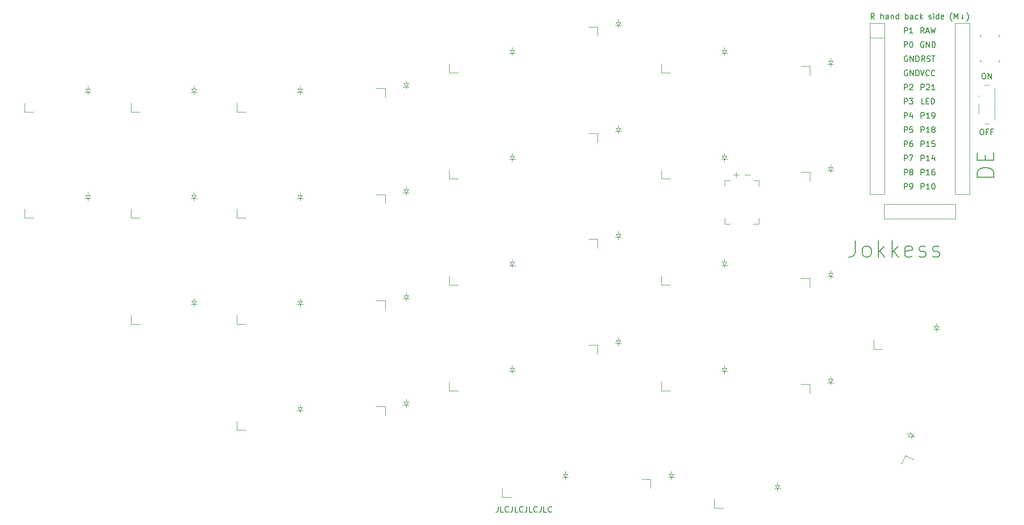
<source format=gbr>
%TF.GenerationSoftware,KiCad,Pcbnew,8.0.6*%
%TF.CreationDate,2025-01-09T22:44:34+01:00*%
%TF.ProjectId,deley,64656c65-792e-46b6-9963-61645f706362,0.1*%
%TF.SameCoordinates,Original*%
%TF.FileFunction,Legend,Top*%
%TF.FilePolarity,Positive*%
%FSLAX46Y46*%
G04 Gerber Fmt 4.6, Leading zero omitted, Abs format (unit mm)*
G04 Created by KiCad (PCBNEW 8.0.6) date 2025-01-09 22:44:34*
%MOMM*%
%LPD*%
G01*
G04 APERTURE LIST*
%ADD10C,0.150000*%
%ADD11C,0.100000*%
%ADD12C,0.120000*%
G04 APERTURE END LIST*
D10*
X190980951Y-190054819D02*
X190980951Y-190769104D01*
X190980951Y-190769104D02*
X190933332Y-190911961D01*
X190933332Y-190911961D02*
X190838094Y-191007200D01*
X190838094Y-191007200D02*
X190695237Y-191054819D01*
X190695237Y-191054819D02*
X190599999Y-191054819D01*
X191933332Y-191054819D02*
X191457142Y-191054819D01*
X191457142Y-191054819D02*
X191457142Y-190054819D01*
X192838094Y-190959580D02*
X192790475Y-191007200D01*
X192790475Y-191007200D02*
X192647618Y-191054819D01*
X192647618Y-191054819D02*
X192552380Y-191054819D01*
X192552380Y-191054819D02*
X192409523Y-191007200D01*
X192409523Y-191007200D02*
X192314285Y-190911961D01*
X192314285Y-190911961D02*
X192266666Y-190816723D01*
X192266666Y-190816723D02*
X192219047Y-190626247D01*
X192219047Y-190626247D02*
X192219047Y-190483390D01*
X192219047Y-190483390D02*
X192266666Y-190292914D01*
X192266666Y-190292914D02*
X192314285Y-190197676D01*
X192314285Y-190197676D02*
X192409523Y-190102438D01*
X192409523Y-190102438D02*
X192552380Y-190054819D01*
X192552380Y-190054819D02*
X192647618Y-190054819D01*
X192647618Y-190054819D02*
X192790475Y-190102438D01*
X192790475Y-190102438D02*
X192838094Y-190150057D01*
X193552380Y-190054819D02*
X193552380Y-190769104D01*
X193552380Y-190769104D02*
X193504761Y-190911961D01*
X193504761Y-190911961D02*
X193409523Y-191007200D01*
X193409523Y-191007200D02*
X193266666Y-191054819D01*
X193266666Y-191054819D02*
X193171428Y-191054819D01*
X194504761Y-191054819D02*
X194028571Y-191054819D01*
X194028571Y-191054819D02*
X194028571Y-190054819D01*
X195409523Y-190959580D02*
X195361904Y-191007200D01*
X195361904Y-191007200D02*
X195219047Y-191054819D01*
X195219047Y-191054819D02*
X195123809Y-191054819D01*
X195123809Y-191054819D02*
X194980952Y-191007200D01*
X194980952Y-191007200D02*
X194885714Y-190911961D01*
X194885714Y-190911961D02*
X194838095Y-190816723D01*
X194838095Y-190816723D02*
X194790476Y-190626247D01*
X194790476Y-190626247D02*
X194790476Y-190483390D01*
X194790476Y-190483390D02*
X194838095Y-190292914D01*
X194838095Y-190292914D02*
X194885714Y-190197676D01*
X194885714Y-190197676D02*
X194980952Y-190102438D01*
X194980952Y-190102438D02*
X195123809Y-190054819D01*
X195123809Y-190054819D02*
X195219047Y-190054819D01*
X195219047Y-190054819D02*
X195361904Y-190102438D01*
X195361904Y-190102438D02*
X195409523Y-190150057D01*
X196123809Y-190054819D02*
X196123809Y-190769104D01*
X196123809Y-190769104D02*
X196076190Y-190911961D01*
X196076190Y-190911961D02*
X195980952Y-191007200D01*
X195980952Y-191007200D02*
X195838095Y-191054819D01*
X195838095Y-191054819D02*
X195742857Y-191054819D01*
X197076190Y-191054819D02*
X196600000Y-191054819D01*
X196600000Y-191054819D02*
X196600000Y-190054819D01*
X197980952Y-190959580D02*
X197933333Y-191007200D01*
X197933333Y-191007200D02*
X197790476Y-191054819D01*
X197790476Y-191054819D02*
X197695238Y-191054819D01*
X197695238Y-191054819D02*
X197552381Y-191007200D01*
X197552381Y-191007200D02*
X197457143Y-190911961D01*
X197457143Y-190911961D02*
X197409524Y-190816723D01*
X197409524Y-190816723D02*
X197361905Y-190626247D01*
X197361905Y-190626247D02*
X197361905Y-190483390D01*
X197361905Y-190483390D02*
X197409524Y-190292914D01*
X197409524Y-190292914D02*
X197457143Y-190197676D01*
X197457143Y-190197676D02*
X197552381Y-190102438D01*
X197552381Y-190102438D02*
X197695238Y-190054819D01*
X197695238Y-190054819D02*
X197790476Y-190054819D01*
X197790476Y-190054819D02*
X197933333Y-190102438D01*
X197933333Y-190102438D02*
X197980952Y-190150057D01*
X198695238Y-190054819D02*
X198695238Y-190769104D01*
X198695238Y-190769104D02*
X198647619Y-190911961D01*
X198647619Y-190911961D02*
X198552381Y-191007200D01*
X198552381Y-191007200D02*
X198409524Y-191054819D01*
X198409524Y-191054819D02*
X198314286Y-191054819D01*
X199647619Y-191054819D02*
X199171429Y-191054819D01*
X199171429Y-191054819D02*
X199171429Y-190054819D01*
X200552381Y-190959580D02*
X200504762Y-191007200D01*
X200504762Y-191007200D02*
X200361905Y-191054819D01*
X200361905Y-191054819D02*
X200266667Y-191054819D01*
X200266667Y-191054819D02*
X200123810Y-191007200D01*
X200123810Y-191007200D02*
X200028572Y-190911961D01*
X200028572Y-190911961D02*
X199980953Y-190816723D01*
X199980953Y-190816723D02*
X199933334Y-190626247D01*
X199933334Y-190626247D02*
X199933334Y-190483390D01*
X199933334Y-190483390D02*
X199980953Y-190292914D01*
X199980953Y-190292914D02*
X200028572Y-190197676D01*
X200028572Y-190197676D02*
X200123810Y-190102438D01*
X200123810Y-190102438D02*
X200266667Y-190054819D01*
X200266667Y-190054819D02*
X200361905Y-190054819D01*
X200361905Y-190054819D02*
X200504762Y-190102438D01*
X200504762Y-190102438D02*
X200552381Y-190150057D01*
X254928572Y-142380057D02*
X254928572Y-144522914D01*
X254928572Y-144522914D02*
X254785715Y-144951485D01*
X254785715Y-144951485D02*
X254500001Y-145237200D01*
X254500001Y-145237200D02*
X254071429Y-145380057D01*
X254071429Y-145380057D02*
X253785715Y-145380057D01*
X256785715Y-145380057D02*
X256500000Y-145237200D01*
X256500000Y-145237200D02*
X256357143Y-145094342D01*
X256357143Y-145094342D02*
X256214286Y-144808628D01*
X256214286Y-144808628D02*
X256214286Y-143951485D01*
X256214286Y-143951485D02*
X256357143Y-143665771D01*
X256357143Y-143665771D02*
X256500000Y-143522914D01*
X256500000Y-143522914D02*
X256785715Y-143380057D01*
X256785715Y-143380057D02*
X257214286Y-143380057D01*
X257214286Y-143380057D02*
X257500000Y-143522914D01*
X257500000Y-143522914D02*
X257642858Y-143665771D01*
X257642858Y-143665771D02*
X257785715Y-143951485D01*
X257785715Y-143951485D02*
X257785715Y-144808628D01*
X257785715Y-144808628D02*
X257642858Y-145094342D01*
X257642858Y-145094342D02*
X257500000Y-145237200D01*
X257500000Y-145237200D02*
X257214286Y-145380057D01*
X257214286Y-145380057D02*
X256785715Y-145380057D01*
X259071429Y-145380057D02*
X259071429Y-142380057D01*
X259357144Y-144237200D02*
X260214286Y-145380057D01*
X260214286Y-143380057D02*
X259071429Y-144522914D01*
X261500000Y-145380057D02*
X261500000Y-142380057D01*
X261785715Y-144237200D02*
X262642857Y-145380057D01*
X262642857Y-143380057D02*
X261500000Y-144522914D01*
X265071428Y-145237200D02*
X264785714Y-145380057D01*
X264785714Y-145380057D02*
X264214286Y-145380057D01*
X264214286Y-145380057D02*
X263928571Y-145237200D01*
X263928571Y-145237200D02*
X263785714Y-144951485D01*
X263785714Y-144951485D02*
X263785714Y-143808628D01*
X263785714Y-143808628D02*
X263928571Y-143522914D01*
X263928571Y-143522914D02*
X264214286Y-143380057D01*
X264214286Y-143380057D02*
X264785714Y-143380057D01*
X264785714Y-143380057D02*
X265071428Y-143522914D01*
X265071428Y-143522914D02*
X265214286Y-143808628D01*
X265214286Y-143808628D02*
X265214286Y-144094342D01*
X265214286Y-144094342D02*
X263785714Y-144380057D01*
X266357143Y-145237200D02*
X266642857Y-145380057D01*
X266642857Y-145380057D02*
X267214286Y-145380057D01*
X267214286Y-145380057D02*
X267500000Y-145237200D01*
X267500000Y-145237200D02*
X267642857Y-144951485D01*
X267642857Y-144951485D02*
X267642857Y-144808628D01*
X267642857Y-144808628D02*
X267500000Y-144522914D01*
X267500000Y-144522914D02*
X267214286Y-144380057D01*
X267214286Y-144380057D02*
X266785715Y-144380057D01*
X266785715Y-144380057D02*
X266500000Y-144237200D01*
X266500000Y-144237200D02*
X266357143Y-143951485D01*
X266357143Y-143951485D02*
X266357143Y-143808628D01*
X266357143Y-143808628D02*
X266500000Y-143522914D01*
X266500000Y-143522914D02*
X266785715Y-143380057D01*
X266785715Y-143380057D02*
X267214286Y-143380057D01*
X267214286Y-143380057D02*
X267500000Y-143522914D01*
X268785714Y-145237200D02*
X269071428Y-145380057D01*
X269071428Y-145380057D02*
X269642857Y-145380057D01*
X269642857Y-145380057D02*
X269928571Y-145237200D01*
X269928571Y-145237200D02*
X270071428Y-144951485D01*
X270071428Y-144951485D02*
X270071428Y-144808628D01*
X270071428Y-144808628D02*
X269928571Y-144522914D01*
X269928571Y-144522914D02*
X269642857Y-144380057D01*
X269642857Y-144380057D02*
X269214286Y-144380057D01*
X269214286Y-144380057D02*
X268928571Y-144237200D01*
X268928571Y-144237200D02*
X268785714Y-143951485D01*
X268785714Y-143951485D02*
X268785714Y-143808628D01*
X268785714Y-143808628D02*
X268928571Y-143522914D01*
X268928571Y-143522914D02*
X269214286Y-143380057D01*
X269214286Y-143380057D02*
X269642857Y-143380057D01*
X269642857Y-143380057D02*
X269928571Y-143522914D01*
X279780057Y-131042857D02*
X276780057Y-131042857D01*
X276780057Y-131042857D02*
X276780057Y-130328571D01*
X276780057Y-130328571D02*
X276922914Y-129900000D01*
X276922914Y-129900000D02*
X277208628Y-129614285D01*
X277208628Y-129614285D02*
X277494342Y-129471428D01*
X277494342Y-129471428D02*
X278065771Y-129328571D01*
X278065771Y-129328571D02*
X278494342Y-129328571D01*
X278494342Y-129328571D02*
X279065771Y-129471428D01*
X279065771Y-129471428D02*
X279351485Y-129614285D01*
X279351485Y-129614285D02*
X279637200Y-129900000D01*
X279637200Y-129900000D02*
X279780057Y-130328571D01*
X279780057Y-130328571D02*
X279780057Y-131042857D01*
X278208628Y-128042857D02*
X278208628Y-127042857D01*
X279780057Y-126614285D02*
X279780057Y-128042857D01*
X279780057Y-128042857D02*
X276780057Y-128042857D01*
X276780057Y-128042857D02*
X276780057Y-126614285D01*
X267188095Y-106842438D02*
X267092857Y-106794819D01*
X267092857Y-106794819D02*
X266950000Y-106794819D01*
X266950000Y-106794819D02*
X266807143Y-106842438D01*
X266807143Y-106842438D02*
X266711905Y-106937676D01*
X266711905Y-106937676D02*
X266664286Y-107032914D01*
X266664286Y-107032914D02*
X266616667Y-107223390D01*
X266616667Y-107223390D02*
X266616667Y-107366247D01*
X266616667Y-107366247D02*
X266664286Y-107556723D01*
X266664286Y-107556723D02*
X266711905Y-107651961D01*
X266711905Y-107651961D02*
X266807143Y-107747200D01*
X266807143Y-107747200D02*
X266950000Y-107794819D01*
X266950000Y-107794819D02*
X267045238Y-107794819D01*
X267045238Y-107794819D02*
X267188095Y-107747200D01*
X267188095Y-107747200D02*
X267235714Y-107699580D01*
X267235714Y-107699580D02*
X267235714Y-107366247D01*
X267235714Y-107366247D02*
X267045238Y-107366247D01*
X267664286Y-107794819D02*
X267664286Y-106794819D01*
X267664286Y-106794819D02*
X268235714Y-107794819D01*
X268235714Y-107794819D02*
X268235714Y-106794819D01*
X268711905Y-107794819D02*
X268711905Y-106794819D01*
X268711905Y-106794819D02*
X268950000Y-106794819D01*
X268950000Y-106794819D02*
X269092857Y-106842438D01*
X269092857Y-106842438D02*
X269188095Y-106937676D01*
X269188095Y-106937676D02*
X269235714Y-107032914D01*
X269235714Y-107032914D02*
X269283333Y-107223390D01*
X269283333Y-107223390D02*
X269283333Y-107366247D01*
X269283333Y-107366247D02*
X269235714Y-107556723D01*
X269235714Y-107556723D02*
X269188095Y-107651961D01*
X269188095Y-107651961D02*
X269092857Y-107747200D01*
X269092857Y-107747200D02*
X268950000Y-107794819D01*
X268950000Y-107794819D02*
X268711905Y-107794819D01*
X266735714Y-133194819D02*
X266735714Y-132194819D01*
X266735714Y-132194819D02*
X267116666Y-132194819D01*
X267116666Y-132194819D02*
X267211904Y-132242438D01*
X267211904Y-132242438D02*
X267259523Y-132290057D01*
X267259523Y-132290057D02*
X267307142Y-132385295D01*
X267307142Y-132385295D02*
X267307142Y-132528152D01*
X267307142Y-132528152D02*
X267259523Y-132623390D01*
X267259523Y-132623390D02*
X267211904Y-132671009D01*
X267211904Y-132671009D02*
X267116666Y-132718628D01*
X267116666Y-132718628D02*
X266735714Y-132718628D01*
X268259523Y-133194819D02*
X267688095Y-133194819D01*
X267973809Y-133194819D02*
X267973809Y-132194819D01*
X267973809Y-132194819D02*
X267878571Y-132337676D01*
X267878571Y-132337676D02*
X267783333Y-132432914D01*
X267783333Y-132432914D02*
X267688095Y-132480533D01*
X268878571Y-132194819D02*
X268973809Y-132194819D01*
X268973809Y-132194819D02*
X269069047Y-132242438D01*
X269069047Y-132242438D02*
X269116666Y-132290057D01*
X269116666Y-132290057D02*
X269164285Y-132385295D01*
X269164285Y-132385295D02*
X269211904Y-132575771D01*
X269211904Y-132575771D02*
X269211904Y-132813866D01*
X269211904Y-132813866D02*
X269164285Y-133004342D01*
X269164285Y-133004342D02*
X269116666Y-133099580D01*
X269116666Y-133099580D02*
X269069047Y-133147200D01*
X269069047Y-133147200D02*
X268973809Y-133194819D01*
X268973809Y-133194819D02*
X268878571Y-133194819D01*
X268878571Y-133194819D02*
X268783333Y-133147200D01*
X268783333Y-133147200D02*
X268735714Y-133099580D01*
X268735714Y-133099580D02*
X268688095Y-133004342D01*
X268688095Y-133004342D02*
X268640476Y-132813866D01*
X268640476Y-132813866D02*
X268640476Y-132575771D01*
X268640476Y-132575771D02*
X268688095Y-132385295D01*
X268688095Y-132385295D02*
X268735714Y-132290057D01*
X268735714Y-132290057D02*
X268783333Y-132242438D01*
X268783333Y-132242438D02*
X268878571Y-132194819D01*
X266735714Y-120494819D02*
X266735714Y-119494819D01*
X266735714Y-119494819D02*
X267116666Y-119494819D01*
X267116666Y-119494819D02*
X267211904Y-119542438D01*
X267211904Y-119542438D02*
X267259523Y-119590057D01*
X267259523Y-119590057D02*
X267307142Y-119685295D01*
X267307142Y-119685295D02*
X267307142Y-119828152D01*
X267307142Y-119828152D02*
X267259523Y-119923390D01*
X267259523Y-119923390D02*
X267211904Y-119971009D01*
X267211904Y-119971009D02*
X267116666Y-120018628D01*
X267116666Y-120018628D02*
X266735714Y-120018628D01*
X268259523Y-120494819D02*
X267688095Y-120494819D01*
X267973809Y-120494819D02*
X267973809Y-119494819D01*
X267973809Y-119494819D02*
X267878571Y-119637676D01*
X267878571Y-119637676D02*
X267783333Y-119732914D01*
X267783333Y-119732914D02*
X267688095Y-119780533D01*
X268735714Y-120494819D02*
X268926190Y-120494819D01*
X268926190Y-120494819D02*
X269021428Y-120447200D01*
X269021428Y-120447200D02*
X269069047Y-120399580D01*
X269069047Y-120399580D02*
X269164285Y-120256723D01*
X269164285Y-120256723D02*
X269211904Y-120066247D01*
X269211904Y-120066247D02*
X269211904Y-119685295D01*
X269211904Y-119685295D02*
X269164285Y-119590057D01*
X269164285Y-119590057D02*
X269116666Y-119542438D01*
X269116666Y-119542438D02*
X269021428Y-119494819D01*
X269021428Y-119494819D02*
X268830952Y-119494819D01*
X268830952Y-119494819D02*
X268735714Y-119542438D01*
X268735714Y-119542438D02*
X268688095Y-119590057D01*
X268688095Y-119590057D02*
X268640476Y-119685295D01*
X268640476Y-119685295D02*
X268640476Y-119923390D01*
X268640476Y-119923390D02*
X268688095Y-120018628D01*
X268688095Y-120018628D02*
X268735714Y-120066247D01*
X268735714Y-120066247D02*
X268830952Y-120113866D01*
X268830952Y-120113866D02*
X269021428Y-120113866D01*
X269021428Y-120113866D02*
X269116666Y-120066247D01*
X269116666Y-120066247D02*
X269164285Y-120018628D01*
X269164285Y-120018628D02*
X269211904Y-119923390D01*
X266735714Y-123034819D02*
X266735714Y-122034819D01*
X266735714Y-122034819D02*
X267116666Y-122034819D01*
X267116666Y-122034819D02*
X267211904Y-122082438D01*
X267211904Y-122082438D02*
X267259523Y-122130057D01*
X267259523Y-122130057D02*
X267307142Y-122225295D01*
X267307142Y-122225295D02*
X267307142Y-122368152D01*
X267307142Y-122368152D02*
X267259523Y-122463390D01*
X267259523Y-122463390D02*
X267211904Y-122511009D01*
X267211904Y-122511009D02*
X267116666Y-122558628D01*
X267116666Y-122558628D02*
X266735714Y-122558628D01*
X268259523Y-123034819D02*
X267688095Y-123034819D01*
X267973809Y-123034819D02*
X267973809Y-122034819D01*
X267973809Y-122034819D02*
X267878571Y-122177676D01*
X267878571Y-122177676D02*
X267783333Y-122272914D01*
X267783333Y-122272914D02*
X267688095Y-122320533D01*
X268830952Y-122463390D02*
X268735714Y-122415771D01*
X268735714Y-122415771D02*
X268688095Y-122368152D01*
X268688095Y-122368152D02*
X268640476Y-122272914D01*
X268640476Y-122272914D02*
X268640476Y-122225295D01*
X268640476Y-122225295D02*
X268688095Y-122130057D01*
X268688095Y-122130057D02*
X268735714Y-122082438D01*
X268735714Y-122082438D02*
X268830952Y-122034819D01*
X268830952Y-122034819D02*
X269021428Y-122034819D01*
X269021428Y-122034819D02*
X269116666Y-122082438D01*
X269116666Y-122082438D02*
X269164285Y-122130057D01*
X269164285Y-122130057D02*
X269211904Y-122225295D01*
X269211904Y-122225295D02*
X269211904Y-122272914D01*
X269211904Y-122272914D02*
X269164285Y-122368152D01*
X269164285Y-122368152D02*
X269116666Y-122415771D01*
X269116666Y-122415771D02*
X269021428Y-122463390D01*
X269021428Y-122463390D02*
X268830952Y-122463390D01*
X268830952Y-122463390D02*
X268735714Y-122511009D01*
X268735714Y-122511009D02*
X268688095Y-122558628D01*
X268688095Y-122558628D02*
X268640476Y-122653866D01*
X268640476Y-122653866D02*
X268640476Y-122844342D01*
X268640476Y-122844342D02*
X268688095Y-122939580D01*
X268688095Y-122939580D02*
X268735714Y-122987200D01*
X268735714Y-122987200D02*
X268830952Y-123034819D01*
X268830952Y-123034819D02*
X269021428Y-123034819D01*
X269021428Y-123034819D02*
X269116666Y-122987200D01*
X269116666Y-122987200D02*
X269164285Y-122939580D01*
X269164285Y-122939580D02*
X269211904Y-122844342D01*
X269211904Y-122844342D02*
X269211904Y-122653866D01*
X269211904Y-122653866D02*
X269164285Y-122558628D01*
X269164285Y-122558628D02*
X269116666Y-122511009D01*
X269116666Y-122511009D02*
X269021428Y-122463390D01*
X263721905Y-117954819D02*
X263721905Y-116954819D01*
X263721905Y-116954819D02*
X264102857Y-116954819D01*
X264102857Y-116954819D02*
X264198095Y-117002438D01*
X264198095Y-117002438D02*
X264245714Y-117050057D01*
X264245714Y-117050057D02*
X264293333Y-117145295D01*
X264293333Y-117145295D02*
X264293333Y-117288152D01*
X264293333Y-117288152D02*
X264245714Y-117383390D01*
X264245714Y-117383390D02*
X264198095Y-117431009D01*
X264198095Y-117431009D02*
X264102857Y-117478628D01*
X264102857Y-117478628D02*
X263721905Y-117478628D01*
X264626667Y-116954819D02*
X265245714Y-116954819D01*
X265245714Y-116954819D02*
X264912381Y-117335771D01*
X264912381Y-117335771D02*
X265055238Y-117335771D01*
X265055238Y-117335771D02*
X265150476Y-117383390D01*
X265150476Y-117383390D02*
X265198095Y-117431009D01*
X265198095Y-117431009D02*
X265245714Y-117526247D01*
X265245714Y-117526247D02*
X265245714Y-117764342D01*
X265245714Y-117764342D02*
X265198095Y-117859580D01*
X265198095Y-117859580D02*
X265150476Y-117907200D01*
X265150476Y-117907200D02*
X265055238Y-117954819D01*
X265055238Y-117954819D02*
X264769524Y-117954819D01*
X264769524Y-117954819D02*
X264674286Y-117907200D01*
X264674286Y-117907200D02*
X264626667Y-117859580D01*
X263721905Y-115414819D02*
X263721905Y-114414819D01*
X263721905Y-114414819D02*
X264102857Y-114414819D01*
X264102857Y-114414819D02*
X264198095Y-114462438D01*
X264198095Y-114462438D02*
X264245714Y-114510057D01*
X264245714Y-114510057D02*
X264293333Y-114605295D01*
X264293333Y-114605295D02*
X264293333Y-114748152D01*
X264293333Y-114748152D02*
X264245714Y-114843390D01*
X264245714Y-114843390D02*
X264198095Y-114891009D01*
X264198095Y-114891009D02*
X264102857Y-114938628D01*
X264102857Y-114938628D02*
X263721905Y-114938628D01*
X264674286Y-114510057D02*
X264721905Y-114462438D01*
X264721905Y-114462438D02*
X264817143Y-114414819D01*
X264817143Y-114414819D02*
X265055238Y-114414819D01*
X265055238Y-114414819D02*
X265150476Y-114462438D01*
X265150476Y-114462438D02*
X265198095Y-114510057D01*
X265198095Y-114510057D02*
X265245714Y-114605295D01*
X265245714Y-114605295D02*
X265245714Y-114700533D01*
X265245714Y-114700533D02*
X265198095Y-114843390D01*
X265198095Y-114843390D02*
X264626667Y-115414819D01*
X264626667Y-115414819D02*
X265245714Y-115414819D01*
X266735714Y-115414819D02*
X266735714Y-114414819D01*
X266735714Y-114414819D02*
X267116666Y-114414819D01*
X267116666Y-114414819D02*
X267211904Y-114462438D01*
X267211904Y-114462438D02*
X267259523Y-114510057D01*
X267259523Y-114510057D02*
X267307142Y-114605295D01*
X267307142Y-114605295D02*
X267307142Y-114748152D01*
X267307142Y-114748152D02*
X267259523Y-114843390D01*
X267259523Y-114843390D02*
X267211904Y-114891009D01*
X267211904Y-114891009D02*
X267116666Y-114938628D01*
X267116666Y-114938628D02*
X266735714Y-114938628D01*
X267688095Y-114510057D02*
X267735714Y-114462438D01*
X267735714Y-114462438D02*
X267830952Y-114414819D01*
X267830952Y-114414819D02*
X268069047Y-114414819D01*
X268069047Y-114414819D02*
X268164285Y-114462438D01*
X268164285Y-114462438D02*
X268211904Y-114510057D01*
X268211904Y-114510057D02*
X268259523Y-114605295D01*
X268259523Y-114605295D02*
X268259523Y-114700533D01*
X268259523Y-114700533D02*
X268211904Y-114843390D01*
X268211904Y-114843390D02*
X267640476Y-115414819D01*
X267640476Y-115414819D02*
X268259523Y-115414819D01*
X269211904Y-115414819D02*
X268640476Y-115414819D01*
X268926190Y-115414819D02*
X268926190Y-114414819D01*
X268926190Y-114414819D02*
X268830952Y-114557676D01*
X268830952Y-114557676D02*
X268735714Y-114652914D01*
X268735714Y-114652914D02*
X268640476Y-114700533D01*
X263721905Y-123034819D02*
X263721905Y-122034819D01*
X263721905Y-122034819D02*
X264102857Y-122034819D01*
X264102857Y-122034819D02*
X264198095Y-122082438D01*
X264198095Y-122082438D02*
X264245714Y-122130057D01*
X264245714Y-122130057D02*
X264293333Y-122225295D01*
X264293333Y-122225295D02*
X264293333Y-122368152D01*
X264293333Y-122368152D02*
X264245714Y-122463390D01*
X264245714Y-122463390D02*
X264198095Y-122511009D01*
X264198095Y-122511009D02*
X264102857Y-122558628D01*
X264102857Y-122558628D02*
X263721905Y-122558628D01*
X265198095Y-122034819D02*
X264721905Y-122034819D01*
X264721905Y-122034819D02*
X264674286Y-122511009D01*
X264674286Y-122511009D02*
X264721905Y-122463390D01*
X264721905Y-122463390D02*
X264817143Y-122415771D01*
X264817143Y-122415771D02*
X265055238Y-122415771D01*
X265055238Y-122415771D02*
X265150476Y-122463390D01*
X265150476Y-122463390D02*
X265198095Y-122511009D01*
X265198095Y-122511009D02*
X265245714Y-122606247D01*
X265245714Y-122606247D02*
X265245714Y-122844342D01*
X265245714Y-122844342D02*
X265198095Y-122939580D01*
X265198095Y-122939580D02*
X265150476Y-122987200D01*
X265150476Y-122987200D02*
X265055238Y-123034819D01*
X265055238Y-123034819D02*
X264817143Y-123034819D01*
X264817143Y-123034819D02*
X264721905Y-122987200D01*
X264721905Y-122987200D02*
X264674286Y-122939580D01*
X263721905Y-105254819D02*
X263721905Y-104254819D01*
X263721905Y-104254819D02*
X264102857Y-104254819D01*
X264102857Y-104254819D02*
X264198095Y-104302438D01*
X264198095Y-104302438D02*
X264245714Y-104350057D01*
X264245714Y-104350057D02*
X264293333Y-104445295D01*
X264293333Y-104445295D02*
X264293333Y-104588152D01*
X264293333Y-104588152D02*
X264245714Y-104683390D01*
X264245714Y-104683390D02*
X264198095Y-104731009D01*
X264198095Y-104731009D02*
X264102857Y-104778628D01*
X264102857Y-104778628D02*
X263721905Y-104778628D01*
X265245714Y-105254819D02*
X264674286Y-105254819D01*
X264960000Y-105254819D02*
X264960000Y-104254819D01*
X264960000Y-104254819D02*
X264864762Y-104397676D01*
X264864762Y-104397676D02*
X264769524Y-104492914D01*
X264769524Y-104492914D02*
X264674286Y-104540533D01*
X263721905Y-125574819D02*
X263721905Y-124574819D01*
X263721905Y-124574819D02*
X264102857Y-124574819D01*
X264102857Y-124574819D02*
X264198095Y-124622438D01*
X264198095Y-124622438D02*
X264245714Y-124670057D01*
X264245714Y-124670057D02*
X264293333Y-124765295D01*
X264293333Y-124765295D02*
X264293333Y-124908152D01*
X264293333Y-124908152D02*
X264245714Y-125003390D01*
X264245714Y-125003390D02*
X264198095Y-125051009D01*
X264198095Y-125051009D02*
X264102857Y-125098628D01*
X264102857Y-125098628D02*
X263721905Y-125098628D01*
X265150476Y-124574819D02*
X264960000Y-124574819D01*
X264960000Y-124574819D02*
X264864762Y-124622438D01*
X264864762Y-124622438D02*
X264817143Y-124670057D01*
X264817143Y-124670057D02*
X264721905Y-124812914D01*
X264721905Y-124812914D02*
X264674286Y-125003390D01*
X264674286Y-125003390D02*
X264674286Y-125384342D01*
X264674286Y-125384342D02*
X264721905Y-125479580D01*
X264721905Y-125479580D02*
X264769524Y-125527200D01*
X264769524Y-125527200D02*
X264864762Y-125574819D01*
X264864762Y-125574819D02*
X265055238Y-125574819D01*
X265055238Y-125574819D02*
X265150476Y-125527200D01*
X265150476Y-125527200D02*
X265198095Y-125479580D01*
X265198095Y-125479580D02*
X265245714Y-125384342D01*
X265245714Y-125384342D02*
X265245714Y-125146247D01*
X265245714Y-125146247D02*
X265198095Y-125051009D01*
X265198095Y-125051009D02*
X265150476Y-125003390D01*
X265150476Y-125003390D02*
X265055238Y-124955771D01*
X265055238Y-124955771D02*
X264864762Y-124955771D01*
X264864762Y-124955771D02*
X264769524Y-125003390D01*
X264769524Y-125003390D02*
X264721905Y-125051009D01*
X264721905Y-125051009D02*
X264674286Y-125146247D01*
X267259523Y-105254819D02*
X266926190Y-104778628D01*
X266688095Y-105254819D02*
X266688095Y-104254819D01*
X266688095Y-104254819D02*
X267069047Y-104254819D01*
X267069047Y-104254819D02*
X267164285Y-104302438D01*
X267164285Y-104302438D02*
X267211904Y-104350057D01*
X267211904Y-104350057D02*
X267259523Y-104445295D01*
X267259523Y-104445295D02*
X267259523Y-104588152D01*
X267259523Y-104588152D02*
X267211904Y-104683390D01*
X267211904Y-104683390D02*
X267164285Y-104731009D01*
X267164285Y-104731009D02*
X267069047Y-104778628D01*
X267069047Y-104778628D02*
X266688095Y-104778628D01*
X267640476Y-104969104D02*
X268116666Y-104969104D01*
X267545238Y-105254819D02*
X267878571Y-104254819D01*
X267878571Y-104254819D02*
X268211904Y-105254819D01*
X268450000Y-104254819D02*
X268688095Y-105254819D01*
X268688095Y-105254819D02*
X268878571Y-104540533D01*
X268878571Y-104540533D02*
X269069047Y-105254819D01*
X269069047Y-105254819D02*
X269307143Y-104254819D01*
X263721905Y-130654819D02*
X263721905Y-129654819D01*
X263721905Y-129654819D02*
X264102857Y-129654819D01*
X264102857Y-129654819D02*
X264198095Y-129702438D01*
X264198095Y-129702438D02*
X264245714Y-129750057D01*
X264245714Y-129750057D02*
X264293333Y-129845295D01*
X264293333Y-129845295D02*
X264293333Y-129988152D01*
X264293333Y-129988152D02*
X264245714Y-130083390D01*
X264245714Y-130083390D02*
X264198095Y-130131009D01*
X264198095Y-130131009D02*
X264102857Y-130178628D01*
X264102857Y-130178628D02*
X263721905Y-130178628D01*
X264864762Y-130083390D02*
X264769524Y-130035771D01*
X264769524Y-130035771D02*
X264721905Y-129988152D01*
X264721905Y-129988152D02*
X264674286Y-129892914D01*
X264674286Y-129892914D02*
X264674286Y-129845295D01*
X264674286Y-129845295D02*
X264721905Y-129750057D01*
X264721905Y-129750057D02*
X264769524Y-129702438D01*
X264769524Y-129702438D02*
X264864762Y-129654819D01*
X264864762Y-129654819D02*
X265055238Y-129654819D01*
X265055238Y-129654819D02*
X265150476Y-129702438D01*
X265150476Y-129702438D02*
X265198095Y-129750057D01*
X265198095Y-129750057D02*
X265245714Y-129845295D01*
X265245714Y-129845295D02*
X265245714Y-129892914D01*
X265245714Y-129892914D02*
X265198095Y-129988152D01*
X265198095Y-129988152D02*
X265150476Y-130035771D01*
X265150476Y-130035771D02*
X265055238Y-130083390D01*
X265055238Y-130083390D02*
X264864762Y-130083390D01*
X264864762Y-130083390D02*
X264769524Y-130131009D01*
X264769524Y-130131009D02*
X264721905Y-130178628D01*
X264721905Y-130178628D02*
X264674286Y-130273866D01*
X264674286Y-130273866D02*
X264674286Y-130464342D01*
X264674286Y-130464342D02*
X264721905Y-130559580D01*
X264721905Y-130559580D02*
X264769524Y-130607200D01*
X264769524Y-130607200D02*
X264864762Y-130654819D01*
X264864762Y-130654819D02*
X265055238Y-130654819D01*
X265055238Y-130654819D02*
X265150476Y-130607200D01*
X265150476Y-130607200D02*
X265198095Y-130559580D01*
X265198095Y-130559580D02*
X265245714Y-130464342D01*
X265245714Y-130464342D02*
X265245714Y-130273866D01*
X265245714Y-130273866D02*
X265198095Y-130178628D01*
X265198095Y-130178628D02*
X265150476Y-130131009D01*
X265150476Y-130131009D02*
X265055238Y-130083390D01*
X263721905Y-120494819D02*
X263721905Y-119494819D01*
X263721905Y-119494819D02*
X264102857Y-119494819D01*
X264102857Y-119494819D02*
X264198095Y-119542438D01*
X264198095Y-119542438D02*
X264245714Y-119590057D01*
X264245714Y-119590057D02*
X264293333Y-119685295D01*
X264293333Y-119685295D02*
X264293333Y-119828152D01*
X264293333Y-119828152D02*
X264245714Y-119923390D01*
X264245714Y-119923390D02*
X264198095Y-119971009D01*
X264198095Y-119971009D02*
X264102857Y-120018628D01*
X264102857Y-120018628D02*
X263721905Y-120018628D01*
X265150476Y-119828152D02*
X265150476Y-120494819D01*
X264912381Y-119447200D02*
X264674286Y-120161485D01*
X264674286Y-120161485D02*
X265293333Y-120161485D01*
X263721905Y-133194819D02*
X263721905Y-132194819D01*
X263721905Y-132194819D02*
X264102857Y-132194819D01*
X264102857Y-132194819D02*
X264198095Y-132242438D01*
X264198095Y-132242438D02*
X264245714Y-132290057D01*
X264245714Y-132290057D02*
X264293333Y-132385295D01*
X264293333Y-132385295D02*
X264293333Y-132528152D01*
X264293333Y-132528152D02*
X264245714Y-132623390D01*
X264245714Y-132623390D02*
X264198095Y-132671009D01*
X264198095Y-132671009D02*
X264102857Y-132718628D01*
X264102857Y-132718628D02*
X263721905Y-132718628D01*
X264769524Y-133194819D02*
X264960000Y-133194819D01*
X264960000Y-133194819D02*
X265055238Y-133147200D01*
X265055238Y-133147200D02*
X265102857Y-133099580D01*
X265102857Y-133099580D02*
X265198095Y-132956723D01*
X265198095Y-132956723D02*
X265245714Y-132766247D01*
X265245714Y-132766247D02*
X265245714Y-132385295D01*
X265245714Y-132385295D02*
X265198095Y-132290057D01*
X265198095Y-132290057D02*
X265150476Y-132242438D01*
X265150476Y-132242438D02*
X265055238Y-132194819D01*
X265055238Y-132194819D02*
X264864762Y-132194819D01*
X264864762Y-132194819D02*
X264769524Y-132242438D01*
X264769524Y-132242438D02*
X264721905Y-132290057D01*
X264721905Y-132290057D02*
X264674286Y-132385295D01*
X264674286Y-132385295D02*
X264674286Y-132623390D01*
X264674286Y-132623390D02*
X264721905Y-132718628D01*
X264721905Y-132718628D02*
X264769524Y-132766247D01*
X264769524Y-132766247D02*
X264864762Y-132813866D01*
X264864762Y-132813866D02*
X265055238Y-132813866D01*
X265055238Y-132813866D02*
X265150476Y-132766247D01*
X265150476Y-132766247D02*
X265198095Y-132718628D01*
X265198095Y-132718628D02*
X265245714Y-132623390D01*
X267307142Y-117954819D02*
X266830952Y-117954819D01*
X266830952Y-117954819D02*
X266830952Y-116954819D01*
X267640476Y-117431009D02*
X267973809Y-117431009D01*
X268116666Y-117954819D02*
X267640476Y-117954819D01*
X267640476Y-117954819D02*
X267640476Y-116954819D01*
X267640476Y-116954819D02*
X268116666Y-116954819D01*
X268545238Y-117954819D02*
X268545238Y-116954819D01*
X268545238Y-116954819D02*
X268783333Y-116954819D01*
X268783333Y-116954819D02*
X268926190Y-117002438D01*
X268926190Y-117002438D02*
X269021428Y-117097676D01*
X269021428Y-117097676D02*
X269069047Y-117192914D01*
X269069047Y-117192914D02*
X269116666Y-117383390D01*
X269116666Y-117383390D02*
X269116666Y-117526247D01*
X269116666Y-117526247D02*
X269069047Y-117716723D01*
X269069047Y-117716723D02*
X269021428Y-117811961D01*
X269021428Y-117811961D02*
X268926190Y-117907200D01*
X268926190Y-117907200D02*
X268783333Y-117954819D01*
X268783333Y-117954819D02*
X268545238Y-117954819D01*
X263721905Y-128114819D02*
X263721905Y-127114819D01*
X263721905Y-127114819D02*
X264102857Y-127114819D01*
X264102857Y-127114819D02*
X264198095Y-127162438D01*
X264198095Y-127162438D02*
X264245714Y-127210057D01*
X264245714Y-127210057D02*
X264293333Y-127305295D01*
X264293333Y-127305295D02*
X264293333Y-127448152D01*
X264293333Y-127448152D02*
X264245714Y-127543390D01*
X264245714Y-127543390D02*
X264198095Y-127591009D01*
X264198095Y-127591009D02*
X264102857Y-127638628D01*
X264102857Y-127638628D02*
X263721905Y-127638628D01*
X264626667Y-127114819D02*
X265293333Y-127114819D01*
X265293333Y-127114819D02*
X264864762Y-128114819D01*
X258357141Y-102709819D02*
X258023808Y-102233628D01*
X257785713Y-102709819D02*
X257785713Y-101709819D01*
X257785713Y-101709819D02*
X258166665Y-101709819D01*
X258166665Y-101709819D02*
X258261903Y-101757438D01*
X258261903Y-101757438D02*
X258309522Y-101805057D01*
X258309522Y-101805057D02*
X258357141Y-101900295D01*
X258357141Y-101900295D02*
X258357141Y-102043152D01*
X258357141Y-102043152D02*
X258309522Y-102138390D01*
X258309522Y-102138390D02*
X258261903Y-102186009D01*
X258261903Y-102186009D02*
X258166665Y-102233628D01*
X258166665Y-102233628D02*
X257785713Y-102233628D01*
X259547618Y-102709819D02*
X259547618Y-101709819D01*
X259976189Y-102709819D02*
X259976189Y-102186009D01*
X259976189Y-102186009D02*
X259928570Y-102090771D01*
X259928570Y-102090771D02*
X259833332Y-102043152D01*
X259833332Y-102043152D02*
X259690475Y-102043152D01*
X259690475Y-102043152D02*
X259595237Y-102090771D01*
X259595237Y-102090771D02*
X259547618Y-102138390D01*
X260880951Y-102709819D02*
X260880951Y-102186009D01*
X260880951Y-102186009D02*
X260833332Y-102090771D01*
X260833332Y-102090771D02*
X260738094Y-102043152D01*
X260738094Y-102043152D02*
X260547618Y-102043152D01*
X260547618Y-102043152D02*
X260452380Y-102090771D01*
X260880951Y-102662200D02*
X260785713Y-102709819D01*
X260785713Y-102709819D02*
X260547618Y-102709819D01*
X260547618Y-102709819D02*
X260452380Y-102662200D01*
X260452380Y-102662200D02*
X260404761Y-102566961D01*
X260404761Y-102566961D02*
X260404761Y-102471723D01*
X260404761Y-102471723D02*
X260452380Y-102376485D01*
X260452380Y-102376485D02*
X260547618Y-102328866D01*
X260547618Y-102328866D02*
X260785713Y-102328866D01*
X260785713Y-102328866D02*
X260880951Y-102281247D01*
X261357142Y-102043152D02*
X261357142Y-102709819D01*
X261357142Y-102138390D02*
X261404761Y-102090771D01*
X261404761Y-102090771D02*
X261499999Y-102043152D01*
X261499999Y-102043152D02*
X261642856Y-102043152D01*
X261642856Y-102043152D02*
X261738094Y-102090771D01*
X261738094Y-102090771D02*
X261785713Y-102186009D01*
X261785713Y-102186009D02*
X261785713Y-102709819D01*
X262690475Y-102709819D02*
X262690475Y-101709819D01*
X262690475Y-102662200D02*
X262595237Y-102709819D01*
X262595237Y-102709819D02*
X262404761Y-102709819D01*
X262404761Y-102709819D02*
X262309523Y-102662200D01*
X262309523Y-102662200D02*
X262261904Y-102614580D01*
X262261904Y-102614580D02*
X262214285Y-102519342D01*
X262214285Y-102519342D02*
X262214285Y-102233628D01*
X262214285Y-102233628D02*
X262261904Y-102138390D01*
X262261904Y-102138390D02*
X262309523Y-102090771D01*
X262309523Y-102090771D02*
X262404761Y-102043152D01*
X262404761Y-102043152D02*
X262595237Y-102043152D01*
X262595237Y-102043152D02*
X262690475Y-102090771D01*
X263928571Y-102709819D02*
X263928571Y-101709819D01*
X263928571Y-102090771D02*
X264023809Y-102043152D01*
X264023809Y-102043152D02*
X264214285Y-102043152D01*
X264214285Y-102043152D02*
X264309523Y-102090771D01*
X264309523Y-102090771D02*
X264357142Y-102138390D01*
X264357142Y-102138390D02*
X264404761Y-102233628D01*
X264404761Y-102233628D02*
X264404761Y-102519342D01*
X264404761Y-102519342D02*
X264357142Y-102614580D01*
X264357142Y-102614580D02*
X264309523Y-102662200D01*
X264309523Y-102662200D02*
X264214285Y-102709819D01*
X264214285Y-102709819D02*
X264023809Y-102709819D01*
X264023809Y-102709819D02*
X263928571Y-102662200D01*
X265261904Y-102709819D02*
X265261904Y-102186009D01*
X265261904Y-102186009D02*
X265214285Y-102090771D01*
X265214285Y-102090771D02*
X265119047Y-102043152D01*
X265119047Y-102043152D02*
X264928571Y-102043152D01*
X264928571Y-102043152D02*
X264833333Y-102090771D01*
X265261904Y-102662200D02*
X265166666Y-102709819D01*
X265166666Y-102709819D02*
X264928571Y-102709819D01*
X264928571Y-102709819D02*
X264833333Y-102662200D01*
X264833333Y-102662200D02*
X264785714Y-102566961D01*
X264785714Y-102566961D02*
X264785714Y-102471723D01*
X264785714Y-102471723D02*
X264833333Y-102376485D01*
X264833333Y-102376485D02*
X264928571Y-102328866D01*
X264928571Y-102328866D02*
X265166666Y-102328866D01*
X265166666Y-102328866D02*
X265261904Y-102281247D01*
X266166666Y-102662200D02*
X266071428Y-102709819D01*
X266071428Y-102709819D02*
X265880952Y-102709819D01*
X265880952Y-102709819D02*
X265785714Y-102662200D01*
X265785714Y-102662200D02*
X265738095Y-102614580D01*
X265738095Y-102614580D02*
X265690476Y-102519342D01*
X265690476Y-102519342D02*
X265690476Y-102233628D01*
X265690476Y-102233628D02*
X265738095Y-102138390D01*
X265738095Y-102138390D02*
X265785714Y-102090771D01*
X265785714Y-102090771D02*
X265880952Y-102043152D01*
X265880952Y-102043152D02*
X266071428Y-102043152D01*
X266071428Y-102043152D02*
X266166666Y-102090771D01*
X266595238Y-102709819D02*
X266595238Y-101709819D01*
X266690476Y-102328866D02*
X266976190Y-102709819D01*
X266976190Y-102043152D02*
X266595238Y-102424104D01*
X268119048Y-102662200D02*
X268214286Y-102709819D01*
X268214286Y-102709819D02*
X268404762Y-102709819D01*
X268404762Y-102709819D02*
X268500000Y-102662200D01*
X268500000Y-102662200D02*
X268547619Y-102566961D01*
X268547619Y-102566961D02*
X268547619Y-102519342D01*
X268547619Y-102519342D02*
X268500000Y-102424104D01*
X268500000Y-102424104D02*
X268404762Y-102376485D01*
X268404762Y-102376485D02*
X268261905Y-102376485D01*
X268261905Y-102376485D02*
X268166667Y-102328866D01*
X268166667Y-102328866D02*
X268119048Y-102233628D01*
X268119048Y-102233628D02*
X268119048Y-102186009D01*
X268119048Y-102186009D02*
X268166667Y-102090771D01*
X268166667Y-102090771D02*
X268261905Y-102043152D01*
X268261905Y-102043152D02*
X268404762Y-102043152D01*
X268404762Y-102043152D02*
X268500000Y-102090771D01*
X268976191Y-102709819D02*
X268976191Y-102043152D01*
X268976191Y-101709819D02*
X268928572Y-101757438D01*
X268928572Y-101757438D02*
X268976191Y-101805057D01*
X268976191Y-101805057D02*
X269023810Y-101757438D01*
X269023810Y-101757438D02*
X268976191Y-101709819D01*
X268976191Y-101709819D02*
X268976191Y-101805057D01*
X269880952Y-102709819D02*
X269880952Y-101709819D01*
X269880952Y-102662200D02*
X269785714Y-102709819D01*
X269785714Y-102709819D02*
X269595238Y-102709819D01*
X269595238Y-102709819D02*
X269500000Y-102662200D01*
X269500000Y-102662200D02*
X269452381Y-102614580D01*
X269452381Y-102614580D02*
X269404762Y-102519342D01*
X269404762Y-102519342D02*
X269404762Y-102233628D01*
X269404762Y-102233628D02*
X269452381Y-102138390D01*
X269452381Y-102138390D02*
X269500000Y-102090771D01*
X269500000Y-102090771D02*
X269595238Y-102043152D01*
X269595238Y-102043152D02*
X269785714Y-102043152D01*
X269785714Y-102043152D02*
X269880952Y-102090771D01*
X270738095Y-102662200D02*
X270642857Y-102709819D01*
X270642857Y-102709819D02*
X270452381Y-102709819D01*
X270452381Y-102709819D02*
X270357143Y-102662200D01*
X270357143Y-102662200D02*
X270309524Y-102566961D01*
X270309524Y-102566961D02*
X270309524Y-102186009D01*
X270309524Y-102186009D02*
X270357143Y-102090771D01*
X270357143Y-102090771D02*
X270452381Y-102043152D01*
X270452381Y-102043152D02*
X270642857Y-102043152D01*
X270642857Y-102043152D02*
X270738095Y-102090771D01*
X270738095Y-102090771D02*
X270785714Y-102186009D01*
X270785714Y-102186009D02*
X270785714Y-102281247D01*
X270785714Y-102281247D02*
X270309524Y-102376485D01*
X272261905Y-103090771D02*
X272214286Y-103043152D01*
X272214286Y-103043152D02*
X272119048Y-102900295D01*
X272119048Y-102900295D02*
X272071429Y-102805057D01*
X272071429Y-102805057D02*
X272023810Y-102662200D01*
X272023810Y-102662200D02*
X271976191Y-102424104D01*
X271976191Y-102424104D02*
X271976191Y-102233628D01*
X271976191Y-102233628D02*
X272023810Y-101995533D01*
X272023810Y-101995533D02*
X272071429Y-101852676D01*
X272071429Y-101852676D02*
X272119048Y-101757438D01*
X272119048Y-101757438D02*
X272214286Y-101614580D01*
X272214286Y-101614580D02*
X272261905Y-101566961D01*
X272642858Y-102709819D02*
X272642858Y-101709819D01*
X272642858Y-101709819D02*
X272976191Y-102424104D01*
X272976191Y-102424104D02*
X273309524Y-101709819D01*
X273309524Y-101709819D02*
X273309524Y-102709819D01*
X274166667Y-101947914D02*
X274166667Y-102709819D01*
X274357143Y-102519342D02*
X274166667Y-102709819D01*
X274166667Y-102709819D02*
X273976191Y-102519342D01*
X274928572Y-103090771D02*
X274976191Y-103043152D01*
X274976191Y-103043152D02*
X275071429Y-102900295D01*
X275071429Y-102900295D02*
X275119048Y-102805057D01*
X275119048Y-102805057D02*
X275166667Y-102662200D01*
X275166667Y-102662200D02*
X275214286Y-102424104D01*
X275214286Y-102424104D02*
X275214286Y-102233628D01*
X275214286Y-102233628D02*
X275166667Y-101995533D01*
X275166667Y-101995533D02*
X275119048Y-101852676D01*
X275119048Y-101852676D02*
X275071429Y-101757438D01*
X275071429Y-101757438D02*
X274976191Y-101614580D01*
X274976191Y-101614580D02*
X274928572Y-101566961D01*
X266616667Y-111874819D02*
X266950000Y-112874819D01*
X266950000Y-112874819D02*
X267283333Y-111874819D01*
X268188095Y-112779580D02*
X268140476Y-112827200D01*
X268140476Y-112827200D02*
X267997619Y-112874819D01*
X267997619Y-112874819D02*
X267902381Y-112874819D01*
X267902381Y-112874819D02*
X267759524Y-112827200D01*
X267759524Y-112827200D02*
X267664286Y-112731961D01*
X267664286Y-112731961D02*
X267616667Y-112636723D01*
X267616667Y-112636723D02*
X267569048Y-112446247D01*
X267569048Y-112446247D02*
X267569048Y-112303390D01*
X267569048Y-112303390D02*
X267616667Y-112112914D01*
X267616667Y-112112914D02*
X267664286Y-112017676D01*
X267664286Y-112017676D02*
X267759524Y-111922438D01*
X267759524Y-111922438D02*
X267902381Y-111874819D01*
X267902381Y-111874819D02*
X267997619Y-111874819D01*
X267997619Y-111874819D02*
X268140476Y-111922438D01*
X268140476Y-111922438D02*
X268188095Y-111970057D01*
X269188095Y-112779580D02*
X269140476Y-112827200D01*
X269140476Y-112827200D02*
X268997619Y-112874819D01*
X268997619Y-112874819D02*
X268902381Y-112874819D01*
X268902381Y-112874819D02*
X268759524Y-112827200D01*
X268759524Y-112827200D02*
X268664286Y-112731961D01*
X268664286Y-112731961D02*
X268616667Y-112636723D01*
X268616667Y-112636723D02*
X268569048Y-112446247D01*
X268569048Y-112446247D02*
X268569048Y-112303390D01*
X268569048Y-112303390D02*
X268616667Y-112112914D01*
X268616667Y-112112914D02*
X268664286Y-112017676D01*
X268664286Y-112017676D02*
X268759524Y-111922438D01*
X268759524Y-111922438D02*
X268902381Y-111874819D01*
X268902381Y-111874819D02*
X268997619Y-111874819D01*
X268997619Y-111874819D02*
X269140476Y-111922438D01*
X269140476Y-111922438D02*
X269188095Y-111970057D01*
X266735714Y-130654819D02*
X266735714Y-129654819D01*
X266735714Y-129654819D02*
X267116666Y-129654819D01*
X267116666Y-129654819D02*
X267211904Y-129702438D01*
X267211904Y-129702438D02*
X267259523Y-129750057D01*
X267259523Y-129750057D02*
X267307142Y-129845295D01*
X267307142Y-129845295D02*
X267307142Y-129988152D01*
X267307142Y-129988152D02*
X267259523Y-130083390D01*
X267259523Y-130083390D02*
X267211904Y-130131009D01*
X267211904Y-130131009D02*
X267116666Y-130178628D01*
X267116666Y-130178628D02*
X266735714Y-130178628D01*
X268259523Y-130654819D02*
X267688095Y-130654819D01*
X267973809Y-130654819D02*
X267973809Y-129654819D01*
X267973809Y-129654819D02*
X267878571Y-129797676D01*
X267878571Y-129797676D02*
X267783333Y-129892914D01*
X267783333Y-129892914D02*
X267688095Y-129940533D01*
X269116666Y-129654819D02*
X268926190Y-129654819D01*
X268926190Y-129654819D02*
X268830952Y-129702438D01*
X268830952Y-129702438D02*
X268783333Y-129750057D01*
X268783333Y-129750057D02*
X268688095Y-129892914D01*
X268688095Y-129892914D02*
X268640476Y-130083390D01*
X268640476Y-130083390D02*
X268640476Y-130464342D01*
X268640476Y-130464342D02*
X268688095Y-130559580D01*
X268688095Y-130559580D02*
X268735714Y-130607200D01*
X268735714Y-130607200D02*
X268830952Y-130654819D01*
X268830952Y-130654819D02*
X269021428Y-130654819D01*
X269021428Y-130654819D02*
X269116666Y-130607200D01*
X269116666Y-130607200D02*
X269164285Y-130559580D01*
X269164285Y-130559580D02*
X269211904Y-130464342D01*
X269211904Y-130464342D02*
X269211904Y-130226247D01*
X269211904Y-130226247D02*
X269164285Y-130131009D01*
X269164285Y-130131009D02*
X269116666Y-130083390D01*
X269116666Y-130083390D02*
X269021428Y-130035771D01*
X269021428Y-130035771D02*
X268830952Y-130035771D01*
X268830952Y-130035771D02*
X268735714Y-130083390D01*
X268735714Y-130083390D02*
X268688095Y-130131009D01*
X268688095Y-130131009D02*
X268640476Y-130226247D01*
X266735714Y-128114819D02*
X266735714Y-127114819D01*
X266735714Y-127114819D02*
X267116666Y-127114819D01*
X267116666Y-127114819D02*
X267211904Y-127162438D01*
X267211904Y-127162438D02*
X267259523Y-127210057D01*
X267259523Y-127210057D02*
X267307142Y-127305295D01*
X267307142Y-127305295D02*
X267307142Y-127448152D01*
X267307142Y-127448152D02*
X267259523Y-127543390D01*
X267259523Y-127543390D02*
X267211904Y-127591009D01*
X267211904Y-127591009D02*
X267116666Y-127638628D01*
X267116666Y-127638628D02*
X266735714Y-127638628D01*
X268259523Y-128114819D02*
X267688095Y-128114819D01*
X267973809Y-128114819D02*
X267973809Y-127114819D01*
X267973809Y-127114819D02*
X267878571Y-127257676D01*
X267878571Y-127257676D02*
X267783333Y-127352914D01*
X267783333Y-127352914D02*
X267688095Y-127400533D01*
X269116666Y-127448152D02*
X269116666Y-128114819D01*
X268878571Y-127067200D02*
X268640476Y-127781485D01*
X268640476Y-127781485D02*
X269259523Y-127781485D01*
X263721905Y-107794819D02*
X263721905Y-106794819D01*
X263721905Y-106794819D02*
X264102857Y-106794819D01*
X264102857Y-106794819D02*
X264198095Y-106842438D01*
X264198095Y-106842438D02*
X264245714Y-106890057D01*
X264245714Y-106890057D02*
X264293333Y-106985295D01*
X264293333Y-106985295D02*
X264293333Y-107128152D01*
X264293333Y-107128152D02*
X264245714Y-107223390D01*
X264245714Y-107223390D02*
X264198095Y-107271009D01*
X264198095Y-107271009D02*
X264102857Y-107318628D01*
X264102857Y-107318628D02*
X263721905Y-107318628D01*
X264912381Y-106794819D02*
X265007619Y-106794819D01*
X265007619Y-106794819D02*
X265102857Y-106842438D01*
X265102857Y-106842438D02*
X265150476Y-106890057D01*
X265150476Y-106890057D02*
X265198095Y-106985295D01*
X265198095Y-106985295D02*
X265245714Y-107175771D01*
X265245714Y-107175771D02*
X265245714Y-107413866D01*
X265245714Y-107413866D02*
X265198095Y-107604342D01*
X265198095Y-107604342D02*
X265150476Y-107699580D01*
X265150476Y-107699580D02*
X265102857Y-107747200D01*
X265102857Y-107747200D02*
X265007619Y-107794819D01*
X265007619Y-107794819D02*
X264912381Y-107794819D01*
X264912381Y-107794819D02*
X264817143Y-107747200D01*
X264817143Y-107747200D02*
X264769524Y-107699580D01*
X264769524Y-107699580D02*
X264721905Y-107604342D01*
X264721905Y-107604342D02*
X264674286Y-107413866D01*
X264674286Y-107413866D02*
X264674286Y-107175771D01*
X264674286Y-107175771D02*
X264721905Y-106985295D01*
X264721905Y-106985295D02*
X264769524Y-106890057D01*
X264769524Y-106890057D02*
X264817143Y-106842438D01*
X264817143Y-106842438D02*
X264912381Y-106794819D01*
X264288095Y-111922438D02*
X264192857Y-111874819D01*
X264192857Y-111874819D02*
X264050000Y-111874819D01*
X264050000Y-111874819D02*
X263907143Y-111922438D01*
X263907143Y-111922438D02*
X263811905Y-112017676D01*
X263811905Y-112017676D02*
X263764286Y-112112914D01*
X263764286Y-112112914D02*
X263716667Y-112303390D01*
X263716667Y-112303390D02*
X263716667Y-112446247D01*
X263716667Y-112446247D02*
X263764286Y-112636723D01*
X263764286Y-112636723D02*
X263811905Y-112731961D01*
X263811905Y-112731961D02*
X263907143Y-112827200D01*
X263907143Y-112827200D02*
X264050000Y-112874819D01*
X264050000Y-112874819D02*
X264145238Y-112874819D01*
X264145238Y-112874819D02*
X264288095Y-112827200D01*
X264288095Y-112827200D02*
X264335714Y-112779580D01*
X264335714Y-112779580D02*
X264335714Y-112446247D01*
X264335714Y-112446247D02*
X264145238Y-112446247D01*
X264764286Y-112874819D02*
X264764286Y-111874819D01*
X264764286Y-111874819D02*
X265335714Y-112874819D01*
X265335714Y-112874819D02*
X265335714Y-111874819D01*
X265811905Y-112874819D02*
X265811905Y-111874819D01*
X265811905Y-111874819D02*
X266050000Y-111874819D01*
X266050000Y-111874819D02*
X266192857Y-111922438D01*
X266192857Y-111922438D02*
X266288095Y-112017676D01*
X266288095Y-112017676D02*
X266335714Y-112112914D01*
X266335714Y-112112914D02*
X266383333Y-112303390D01*
X266383333Y-112303390D02*
X266383333Y-112446247D01*
X266383333Y-112446247D02*
X266335714Y-112636723D01*
X266335714Y-112636723D02*
X266288095Y-112731961D01*
X266288095Y-112731961D02*
X266192857Y-112827200D01*
X266192857Y-112827200D02*
X266050000Y-112874819D01*
X266050000Y-112874819D02*
X265811905Y-112874819D01*
X267402380Y-110334819D02*
X267069047Y-109858628D01*
X266830952Y-110334819D02*
X266830952Y-109334819D01*
X266830952Y-109334819D02*
X267211904Y-109334819D01*
X267211904Y-109334819D02*
X267307142Y-109382438D01*
X267307142Y-109382438D02*
X267354761Y-109430057D01*
X267354761Y-109430057D02*
X267402380Y-109525295D01*
X267402380Y-109525295D02*
X267402380Y-109668152D01*
X267402380Y-109668152D02*
X267354761Y-109763390D01*
X267354761Y-109763390D02*
X267307142Y-109811009D01*
X267307142Y-109811009D02*
X267211904Y-109858628D01*
X267211904Y-109858628D02*
X266830952Y-109858628D01*
X267783333Y-110287200D02*
X267926190Y-110334819D01*
X267926190Y-110334819D02*
X268164285Y-110334819D01*
X268164285Y-110334819D02*
X268259523Y-110287200D01*
X268259523Y-110287200D02*
X268307142Y-110239580D01*
X268307142Y-110239580D02*
X268354761Y-110144342D01*
X268354761Y-110144342D02*
X268354761Y-110049104D01*
X268354761Y-110049104D02*
X268307142Y-109953866D01*
X268307142Y-109953866D02*
X268259523Y-109906247D01*
X268259523Y-109906247D02*
X268164285Y-109858628D01*
X268164285Y-109858628D02*
X267973809Y-109811009D01*
X267973809Y-109811009D02*
X267878571Y-109763390D01*
X267878571Y-109763390D02*
X267830952Y-109715771D01*
X267830952Y-109715771D02*
X267783333Y-109620533D01*
X267783333Y-109620533D02*
X267783333Y-109525295D01*
X267783333Y-109525295D02*
X267830952Y-109430057D01*
X267830952Y-109430057D02*
X267878571Y-109382438D01*
X267878571Y-109382438D02*
X267973809Y-109334819D01*
X267973809Y-109334819D02*
X268211904Y-109334819D01*
X268211904Y-109334819D02*
X268354761Y-109382438D01*
X268640476Y-109334819D02*
X269211904Y-109334819D01*
X268926190Y-110334819D02*
X268926190Y-109334819D01*
X266735714Y-125574819D02*
X266735714Y-124574819D01*
X266735714Y-124574819D02*
X267116666Y-124574819D01*
X267116666Y-124574819D02*
X267211904Y-124622438D01*
X267211904Y-124622438D02*
X267259523Y-124670057D01*
X267259523Y-124670057D02*
X267307142Y-124765295D01*
X267307142Y-124765295D02*
X267307142Y-124908152D01*
X267307142Y-124908152D02*
X267259523Y-125003390D01*
X267259523Y-125003390D02*
X267211904Y-125051009D01*
X267211904Y-125051009D02*
X267116666Y-125098628D01*
X267116666Y-125098628D02*
X266735714Y-125098628D01*
X268259523Y-125574819D02*
X267688095Y-125574819D01*
X267973809Y-125574819D02*
X267973809Y-124574819D01*
X267973809Y-124574819D02*
X267878571Y-124717676D01*
X267878571Y-124717676D02*
X267783333Y-124812914D01*
X267783333Y-124812914D02*
X267688095Y-124860533D01*
X269164285Y-124574819D02*
X268688095Y-124574819D01*
X268688095Y-124574819D02*
X268640476Y-125051009D01*
X268640476Y-125051009D02*
X268688095Y-125003390D01*
X268688095Y-125003390D02*
X268783333Y-124955771D01*
X268783333Y-124955771D02*
X269021428Y-124955771D01*
X269021428Y-124955771D02*
X269116666Y-125003390D01*
X269116666Y-125003390D02*
X269164285Y-125051009D01*
X269164285Y-125051009D02*
X269211904Y-125146247D01*
X269211904Y-125146247D02*
X269211904Y-125384342D01*
X269211904Y-125384342D02*
X269164285Y-125479580D01*
X269164285Y-125479580D02*
X269116666Y-125527200D01*
X269116666Y-125527200D02*
X269021428Y-125574819D01*
X269021428Y-125574819D02*
X268783333Y-125574819D01*
X268783333Y-125574819D02*
X268688095Y-125527200D01*
X268688095Y-125527200D02*
X268640476Y-125479580D01*
X264288095Y-109382438D02*
X264192857Y-109334819D01*
X264192857Y-109334819D02*
X264050000Y-109334819D01*
X264050000Y-109334819D02*
X263907143Y-109382438D01*
X263907143Y-109382438D02*
X263811905Y-109477676D01*
X263811905Y-109477676D02*
X263764286Y-109572914D01*
X263764286Y-109572914D02*
X263716667Y-109763390D01*
X263716667Y-109763390D02*
X263716667Y-109906247D01*
X263716667Y-109906247D02*
X263764286Y-110096723D01*
X263764286Y-110096723D02*
X263811905Y-110191961D01*
X263811905Y-110191961D02*
X263907143Y-110287200D01*
X263907143Y-110287200D02*
X264050000Y-110334819D01*
X264050000Y-110334819D02*
X264145238Y-110334819D01*
X264145238Y-110334819D02*
X264288095Y-110287200D01*
X264288095Y-110287200D02*
X264335714Y-110239580D01*
X264335714Y-110239580D02*
X264335714Y-109906247D01*
X264335714Y-109906247D02*
X264145238Y-109906247D01*
X264764286Y-110334819D02*
X264764286Y-109334819D01*
X264764286Y-109334819D02*
X265335714Y-110334819D01*
X265335714Y-110334819D02*
X265335714Y-109334819D01*
X265811905Y-110334819D02*
X265811905Y-109334819D01*
X265811905Y-109334819D02*
X266050000Y-109334819D01*
X266050000Y-109334819D02*
X266192857Y-109382438D01*
X266192857Y-109382438D02*
X266288095Y-109477676D01*
X266288095Y-109477676D02*
X266335714Y-109572914D01*
X266335714Y-109572914D02*
X266383333Y-109763390D01*
X266383333Y-109763390D02*
X266383333Y-109906247D01*
X266383333Y-109906247D02*
X266335714Y-110096723D01*
X266335714Y-110096723D02*
X266288095Y-110191961D01*
X266288095Y-110191961D02*
X266192857Y-110287200D01*
X266192857Y-110287200D02*
X266050000Y-110334819D01*
X266050000Y-110334819D02*
X265811905Y-110334819D01*
X277547619Y-122454819D02*
X277738095Y-122454819D01*
X277738095Y-122454819D02*
X277833333Y-122502438D01*
X277833333Y-122502438D02*
X277928571Y-122597676D01*
X277928571Y-122597676D02*
X277976190Y-122788152D01*
X277976190Y-122788152D02*
X277976190Y-123121485D01*
X277976190Y-123121485D02*
X277928571Y-123311961D01*
X277928571Y-123311961D02*
X277833333Y-123407200D01*
X277833333Y-123407200D02*
X277738095Y-123454819D01*
X277738095Y-123454819D02*
X277547619Y-123454819D01*
X277547619Y-123454819D02*
X277452381Y-123407200D01*
X277452381Y-123407200D02*
X277357143Y-123311961D01*
X277357143Y-123311961D02*
X277309524Y-123121485D01*
X277309524Y-123121485D02*
X277309524Y-122788152D01*
X277309524Y-122788152D02*
X277357143Y-122597676D01*
X277357143Y-122597676D02*
X277452381Y-122502438D01*
X277452381Y-122502438D02*
X277547619Y-122454819D01*
X278738095Y-122931009D02*
X278404762Y-122931009D01*
X278404762Y-123454819D02*
X278404762Y-122454819D01*
X278404762Y-122454819D02*
X278880952Y-122454819D01*
X279595238Y-122931009D02*
X279261905Y-122931009D01*
X279261905Y-123454819D02*
X279261905Y-122454819D01*
X279261905Y-122454819D02*
X279738095Y-122454819D01*
X277880952Y-112454819D02*
X278071428Y-112454819D01*
X278071428Y-112454819D02*
X278166666Y-112502438D01*
X278166666Y-112502438D02*
X278261904Y-112597676D01*
X278261904Y-112597676D02*
X278309523Y-112788152D01*
X278309523Y-112788152D02*
X278309523Y-113121485D01*
X278309523Y-113121485D02*
X278261904Y-113311961D01*
X278261904Y-113311961D02*
X278166666Y-113407200D01*
X278166666Y-113407200D02*
X278071428Y-113454819D01*
X278071428Y-113454819D02*
X277880952Y-113454819D01*
X277880952Y-113454819D02*
X277785714Y-113407200D01*
X277785714Y-113407200D02*
X277690476Y-113311961D01*
X277690476Y-113311961D02*
X277642857Y-113121485D01*
X277642857Y-113121485D02*
X277642857Y-112788152D01*
X277642857Y-112788152D02*
X277690476Y-112597676D01*
X277690476Y-112597676D02*
X277785714Y-112502438D01*
X277785714Y-112502438D02*
X277880952Y-112454819D01*
X278738095Y-113454819D02*
X278738095Y-112454819D01*
X278738095Y-112454819D02*
X279309523Y-113454819D01*
X279309523Y-113454819D02*
X279309523Y-112454819D01*
D11*
%TO.C,D22*%
X231900000Y-165250000D02*
X231500000Y-165850000D01*
X231500000Y-166250000D02*
X231500000Y-165850000D01*
X231500000Y-165850000D02*
X232050000Y-165850000D01*
X231500000Y-165850000D02*
X231100000Y-165250000D01*
X231500000Y-165850000D02*
X230950000Y-165850000D01*
X231500000Y-165250000D02*
X231500000Y-164750000D01*
X231100000Y-165250000D02*
X231900000Y-165250000D01*
%TO.C,D33*%
X265519548Y-177570303D02*
X265154130Y-177407609D01*
X265154130Y-177407609D02*
X265377835Y-176905159D01*
X265154130Y-177407609D02*
X264930425Y-177910059D01*
X265154130Y-177407609D02*
X264443308Y-177528985D01*
X264768697Y-176798149D02*
X265154130Y-177407609D01*
X264606003Y-177163567D02*
X264149230Y-176960199D01*
X264443308Y-177528985D02*
X264768697Y-176798149D01*
D12*
%TO.C,MCU1*%
X275450000Y-103470000D02*
X275450000Y-134070000D01*
X272790000Y-134070000D02*
X275450000Y-134070000D01*
X272790000Y-103470000D02*
X275450000Y-103470000D01*
X272790000Y-103470000D02*
X272790000Y-134070000D01*
X260210000Y-106070000D02*
X257550000Y-106070000D01*
X260210000Y-103470000D02*
X260210000Y-134070000D01*
X257550000Y-134070000D02*
X260210000Y-134070000D01*
X257550000Y-103470000D02*
X260210000Y-103470000D01*
X257550000Y-103470000D02*
X257550000Y-134070000D01*
D11*
%TO.C,D14*%
X193900000Y-165250000D02*
X193500000Y-165850000D01*
X193500000Y-166250000D02*
X193500000Y-165850000D01*
X193500000Y-165850000D02*
X194050000Y-165850000D01*
X193500000Y-165850000D02*
X193100000Y-165250000D01*
X193500000Y-165850000D02*
X192950000Y-165850000D01*
X193500000Y-165250000D02*
X193500000Y-164750000D01*
X193100000Y-165250000D02*
X193900000Y-165250000D01*
%TO.C,D17*%
X193900000Y-108250000D02*
X193500000Y-108850000D01*
X193500000Y-109250000D02*
X193500000Y-108850000D01*
X193500000Y-108850000D02*
X194050000Y-108850000D01*
X193500000Y-108850000D02*
X193100000Y-108250000D01*
X193500000Y-108850000D02*
X192950000Y-108850000D01*
X193500000Y-108250000D02*
X193500000Y-107750000D01*
X193100000Y-108250000D02*
X193900000Y-108250000D01*
%TO.C,D7*%
X155900000Y-153250000D02*
X155500000Y-153850000D01*
X155500000Y-154250000D02*
X155500000Y-153850000D01*
X155500000Y-153850000D02*
X156050000Y-153850000D01*
X155500000Y-153850000D02*
X155100000Y-153250000D01*
X155500000Y-153850000D02*
X154950000Y-153850000D01*
X155500000Y-153250000D02*
X155500000Y-152750000D01*
X155100000Y-153250000D02*
X155900000Y-153250000D01*
%TO.C,D2*%
X117900000Y-115250000D02*
X117500000Y-115850000D01*
X117500000Y-116250000D02*
X117500000Y-115850000D01*
X117500000Y-115850000D02*
X118050000Y-115850000D01*
X117500000Y-115850000D02*
X117100000Y-115250000D01*
X117500000Y-115850000D02*
X116950000Y-115850000D01*
X117500000Y-115250000D02*
X117500000Y-114750000D01*
X117100000Y-115250000D02*
X117900000Y-115250000D01*
%TO.C,D16*%
X193900000Y-127250000D02*
X193500000Y-127850000D01*
X193500000Y-128250000D02*
X193500000Y-127850000D01*
X193500000Y-127850000D02*
X194050000Y-127850000D01*
X193500000Y-127850000D02*
X193100000Y-127250000D01*
X193500000Y-127850000D02*
X192950000Y-127850000D01*
X193500000Y-127250000D02*
X193500000Y-126750000D01*
X193100000Y-127250000D02*
X193900000Y-127250000D01*
%TO.C,D21*%
X212900000Y-103250000D02*
X212500000Y-103850000D01*
X212500000Y-104250000D02*
X212500000Y-103850000D01*
X212500000Y-103850000D02*
X213050000Y-103850000D01*
X212500000Y-103850000D02*
X212100000Y-103250000D01*
X212500000Y-103850000D02*
X211950000Y-103850000D01*
X212500000Y-103250000D02*
X212500000Y-102750000D01*
X212100000Y-103250000D02*
X212900000Y-103250000D01*
%TO.C,D9*%
X155900000Y-115250000D02*
X155500000Y-115850000D01*
X155500000Y-116250000D02*
X155500000Y-115850000D01*
X155500000Y-115850000D02*
X156050000Y-115850000D01*
X155500000Y-115850000D02*
X155100000Y-115250000D01*
X155500000Y-115850000D02*
X154950000Y-115850000D01*
X155500000Y-115250000D02*
X155500000Y-114750000D01*
X155100000Y-115250000D02*
X155900000Y-115250000D01*
%TO.C,D15*%
X193900000Y-146250000D02*
X193500000Y-146850000D01*
X193500000Y-147250000D02*
X193500000Y-146850000D01*
X193500000Y-146850000D02*
X194050000Y-146850000D01*
X193500000Y-146850000D02*
X193100000Y-146250000D01*
X193500000Y-146850000D02*
X192950000Y-146850000D01*
X193500000Y-146250000D02*
X193500000Y-145750000D01*
X193100000Y-146250000D02*
X193900000Y-146250000D01*
%TO.C,D24*%
X231900000Y-127250000D02*
X231500000Y-127850000D01*
X231500000Y-128250000D02*
X231500000Y-127850000D01*
X231500000Y-127850000D02*
X232050000Y-127850000D01*
X231500000Y-127850000D02*
X231100000Y-127250000D01*
X231500000Y-127850000D02*
X230950000Y-127850000D01*
X231500000Y-127250000D02*
X231500000Y-126750000D01*
X231100000Y-127250000D02*
X231900000Y-127250000D01*
%TO.C,D18*%
X212900000Y-160250000D02*
X212500000Y-160850000D01*
X212500000Y-161250000D02*
X212500000Y-160850000D01*
X212500000Y-160850000D02*
X213050000Y-160850000D01*
X212500000Y-160850000D02*
X212100000Y-160250000D01*
X212500000Y-160850000D02*
X211950000Y-160850000D01*
X212500000Y-160250000D02*
X212500000Y-159750000D01*
X212100000Y-160250000D02*
X212900000Y-160250000D01*
%TO.C,D32*%
X241400000Y-186250000D02*
X241000000Y-186850000D01*
X241000000Y-187250000D02*
X241000000Y-186850000D01*
X241000000Y-186850000D02*
X241550000Y-186850000D01*
X241000000Y-186850000D02*
X240600000Y-186250000D01*
X241000000Y-186850000D02*
X240450000Y-186850000D01*
X241000000Y-186250000D02*
X241000000Y-185750000D01*
X240600000Y-186250000D02*
X241400000Y-186250000D01*
D12*
%TO.C,PWR1*%
X279925000Y-120850000D02*
X279925000Y-115150000D01*
X278915000Y-114550000D02*
X278125000Y-114550000D01*
X278125000Y-121450000D02*
X278915000Y-121450000D01*
X277075000Y-119600000D02*
X277075000Y-117900000D01*
X277075000Y-116600000D02*
X277075000Y-116400000D01*
D11*
%TO.C,D23*%
X231900000Y-146250000D02*
X231500000Y-146850000D01*
X231500000Y-147250000D02*
X231500000Y-146850000D01*
X231500000Y-146850000D02*
X232050000Y-146850000D01*
X231500000Y-146850000D02*
X231100000Y-146250000D01*
X231500000Y-146850000D02*
X230950000Y-146850000D01*
X231500000Y-146250000D02*
X231500000Y-145750000D01*
X231100000Y-146250000D02*
X231900000Y-146250000D01*
%TO.C,D28*%
X250900000Y-129250000D02*
X250500000Y-129850000D01*
X250500000Y-130250000D02*
X250500000Y-129850000D01*
X250500000Y-129850000D02*
X251050000Y-129850000D01*
X250500000Y-129850000D02*
X250100000Y-129250000D01*
X250500000Y-129850000D02*
X249950000Y-129850000D01*
X250500000Y-129250000D02*
X250500000Y-128750000D01*
X250100000Y-129250000D02*
X250900000Y-129250000D01*
%TO.C,D13*%
X174900000Y-114250000D02*
X174500000Y-114850000D01*
X174500000Y-115250000D02*
X174500000Y-114850000D01*
X174500000Y-114850000D02*
X175050000Y-114850000D01*
X174500000Y-114850000D02*
X174100000Y-114250000D01*
X174500000Y-114850000D02*
X173950000Y-114850000D01*
X174500000Y-114250000D02*
X174500000Y-113750000D01*
X174100000Y-114250000D02*
X174900000Y-114250000D01*
%TO.C,D10*%
X174900000Y-171250000D02*
X174500000Y-171850000D01*
X174500000Y-172250000D02*
X174500000Y-171850000D01*
X174500000Y-171850000D02*
X175050000Y-171850000D01*
X174500000Y-171850000D02*
X174100000Y-171250000D01*
X174500000Y-171850000D02*
X173950000Y-171850000D01*
X174500000Y-171250000D02*
X174500000Y-170750000D01*
X174100000Y-171250000D02*
X174900000Y-171250000D01*
%TO.C,D27*%
X250900000Y-148250000D02*
X250500000Y-148850000D01*
X250500000Y-149250000D02*
X250500000Y-148850000D01*
X250500000Y-148850000D02*
X251050000Y-148850000D01*
X250500000Y-148850000D02*
X250100000Y-148250000D01*
X250500000Y-148850000D02*
X249950000Y-148850000D01*
X250500000Y-148250000D02*
X250500000Y-147750000D01*
X250100000Y-148250000D02*
X250900000Y-148250000D01*
%TO.C,D20*%
X212900000Y-122250000D02*
X212500000Y-122850000D01*
X212500000Y-123250000D02*
X212500000Y-122850000D01*
X212500000Y-122850000D02*
X213050000Y-122850000D01*
X212500000Y-122850000D02*
X212100000Y-122250000D01*
X212500000Y-122850000D02*
X211950000Y-122850000D01*
X212500000Y-122250000D02*
X212500000Y-121750000D01*
X212100000Y-122250000D02*
X212900000Y-122250000D01*
%TO.C,D4*%
X136900000Y-134250000D02*
X136500000Y-134850000D01*
X136500000Y-135250000D02*
X136500000Y-134850000D01*
X136500000Y-134850000D02*
X137050000Y-134850000D01*
X136500000Y-134850000D02*
X136100000Y-134250000D01*
X136500000Y-134850000D02*
X135950000Y-134850000D01*
X136500000Y-134250000D02*
X136500000Y-133750000D01*
X136100000Y-134250000D02*
X136900000Y-134250000D01*
%TO.C,D31*%
X222400000Y-184250000D02*
X222000000Y-184850000D01*
X222000000Y-185250000D02*
X222000000Y-184850000D01*
X222000000Y-184850000D02*
X222550000Y-184850000D01*
X222000000Y-184850000D02*
X221600000Y-184250000D01*
X222000000Y-184850000D02*
X221450000Y-184850000D01*
X222000000Y-184250000D02*
X222000000Y-183750000D01*
X221600000Y-184250000D02*
X222400000Y-184250000D01*
%TO.C,D19*%
X212900000Y-141250000D02*
X212500000Y-141850000D01*
X212500000Y-142250000D02*
X212500000Y-141850000D01*
X212500000Y-141850000D02*
X213050000Y-141850000D01*
X212500000Y-141850000D02*
X212100000Y-141250000D01*
X212500000Y-141850000D02*
X211950000Y-141850000D01*
X212500000Y-141250000D02*
X212500000Y-140750000D01*
X212100000Y-141250000D02*
X212900000Y-141250000D01*
%TO.C,RST1*%
X280750000Y-110100000D02*
X280750000Y-110350000D01*
X280750000Y-105900000D02*
X280750000Y-105650000D01*
X280500000Y-110350000D02*
X280750000Y-110350000D01*
X280500000Y-105650000D02*
X280750000Y-105650000D01*
X277500000Y-110350000D02*
X277250000Y-110350000D01*
X277500000Y-105650000D02*
X277250000Y-105650000D01*
X277250000Y-110100000D02*
X277250000Y-110350000D01*
X277250000Y-105900000D02*
X277250000Y-105650000D01*
%TO.C,D30*%
X203400000Y-184250000D02*
X203000000Y-184850000D01*
X203000000Y-185250000D02*
X203000000Y-184850000D01*
X203000000Y-184850000D02*
X203550000Y-184850000D01*
X203000000Y-184850000D02*
X202600000Y-184250000D01*
X203000000Y-184850000D02*
X202450000Y-184850000D01*
X203000000Y-184250000D02*
X203000000Y-183750000D01*
X202600000Y-184250000D02*
X203400000Y-184250000D01*
%TO.C,D6*%
X155900000Y-172250000D02*
X155500000Y-172850000D01*
X155500000Y-173250000D02*
X155500000Y-172850000D01*
X155500000Y-172850000D02*
X156050000Y-172850000D01*
X155500000Y-172850000D02*
X155100000Y-172250000D01*
X155500000Y-172850000D02*
X154950000Y-172850000D01*
X155500000Y-172250000D02*
X155500000Y-171750000D01*
X155100000Y-172250000D02*
X155900000Y-172250000D01*
%TO.C,D12*%
X174900000Y-133250000D02*
X174500000Y-133850000D01*
X174500000Y-134250000D02*
X174500000Y-133850000D01*
X174500000Y-133850000D02*
X175050000Y-133850000D01*
X174500000Y-133850000D02*
X174100000Y-133250000D01*
X174500000Y-133850000D02*
X173950000Y-133850000D01*
X174500000Y-133250000D02*
X174500000Y-132750000D01*
X174100000Y-133250000D02*
X174900000Y-133250000D01*
%TO.C,D3*%
X136900000Y-153250000D02*
X136500000Y-153850000D01*
X136500000Y-154250000D02*
X136500000Y-153850000D01*
X136500000Y-153850000D02*
X137050000Y-153850000D01*
X136500000Y-153850000D02*
X136100000Y-153250000D01*
X136500000Y-153850000D02*
X135950000Y-153850000D01*
X136500000Y-153250000D02*
X136500000Y-152750000D01*
X136100000Y-153250000D02*
X136900000Y-153250000D01*
%TO.C,D34*%
X269900000Y-157750000D02*
X269500000Y-158350000D01*
X269500000Y-158750000D02*
X269500000Y-158350000D01*
X269500000Y-158350000D02*
X270050000Y-158350000D01*
X269500000Y-158350000D02*
X269100000Y-157750000D01*
X269500000Y-158350000D02*
X268950000Y-158350000D01*
X269500000Y-157750000D02*
X269500000Y-157250000D01*
X269100000Y-157750000D02*
X269900000Y-157750000D01*
%TO.C,D8*%
X155900000Y-134250000D02*
X155500000Y-134850000D01*
X155500000Y-135250000D02*
X155500000Y-134850000D01*
X155500000Y-134850000D02*
X156050000Y-134850000D01*
X155500000Y-134850000D02*
X155100000Y-134250000D01*
X155500000Y-134850000D02*
X154950000Y-134850000D01*
X155500000Y-134250000D02*
X155500000Y-133750000D01*
X155100000Y-134250000D02*
X155900000Y-134250000D01*
%TO.C,D29*%
X250900000Y-110250000D02*
X250500000Y-110850000D01*
X250500000Y-111250000D02*
X250500000Y-110850000D01*
X250500000Y-110850000D02*
X251050000Y-110850000D01*
X250500000Y-110850000D02*
X250100000Y-110250000D01*
X250500000Y-110850000D02*
X249950000Y-110850000D01*
X250500000Y-110250000D02*
X250500000Y-109750000D01*
X250100000Y-110250000D02*
X250900000Y-110250000D01*
%TO.C,D26*%
X250900000Y-167250000D02*
X250500000Y-167850000D01*
X250500000Y-168250000D02*
X250500000Y-167850000D01*
X250500000Y-167850000D02*
X251050000Y-167850000D01*
X250500000Y-167850000D02*
X250100000Y-167250000D01*
X250500000Y-167850000D02*
X249950000Y-167850000D01*
X250500000Y-167250000D02*
X250500000Y-166750000D01*
X250100000Y-167250000D02*
X250900000Y-167250000D01*
%TO.C,D25*%
X231900000Y-108250000D02*
X231500000Y-108850000D01*
X231500000Y-109250000D02*
X231500000Y-108850000D01*
X231500000Y-108850000D02*
X232050000Y-108850000D01*
X231500000Y-108850000D02*
X231100000Y-108250000D01*
X231500000Y-108850000D02*
X230950000Y-108850000D01*
X231500000Y-108250000D02*
X231500000Y-107750000D01*
X231100000Y-108250000D02*
X231900000Y-108250000D01*
%TO.C,D11*%
X174900000Y-152250000D02*
X174500000Y-152850000D01*
X174500000Y-153250000D02*
X174500000Y-152850000D01*
X174500000Y-152850000D02*
X175050000Y-152850000D01*
X174500000Y-152850000D02*
X174100000Y-152250000D01*
X174500000Y-152850000D02*
X173950000Y-152850000D01*
X174500000Y-152250000D02*
X174500000Y-151750000D01*
X174100000Y-152250000D02*
X174900000Y-152250000D01*
D12*
%TO.C,DISP1*%
X272910000Y-138530000D02*
X260090000Y-138530000D01*
X272910000Y-135870000D02*
X272910000Y-138530000D01*
X272910000Y-135870000D02*
X260090000Y-135870000D01*
X260090000Y-135870000D02*
X260090000Y-138530000D01*
D11*
%TO.C,D5*%
X136900000Y-115250000D02*
X136500000Y-115850000D01*
X136500000Y-116250000D02*
X136500000Y-115850000D01*
X136500000Y-115850000D02*
X137050000Y-115850000D01*
X136500000Y-115850000D02*
X136100000Y-115250000D01*
X136500000Y-115850000D02*
X135950000Y-115850000D01*
X136500000Y-115250000D02*
X136500000Y-114750000D01*
X136100000Y-115250000D02*
X136900000Y-115250000D01*
%TO.C,D1*%
X117900000Y-134250000D02*
X117500000Y-134850000D01*
X117500000Y-135250000D02*
X117500000Y-134850000D01*
X117500000Y-134850000D02*
X118050000Y-134850000D01*
X117500000Y-134850000D02*
X117100000Y-134250000D01*
X117500000Y-134850000D02*
X116950000Y-134850000D01*
X117500000Y-134250000D02*
X117500000Y-133750000D01*
X117100000Y-134250000D02*
X117900000Y-134250000D01*
D12*
%TO.C,LED34*%
X265384940Y-181560526D02*
X263923268Y-180909748D01*
X263923268Y-180909748D02*
X263272489Y-182371420D01*
%TO.C,LED6*%
X144200000Y-176350000D02*
X145800000Y-176350000D01*
X144200000Y-174750000D02*
X144200000Y-176350000D01*
%TO.C,LED11*%
X182200000Y-150350000D02*
X183800000Y-150350000D01*
X182200000Y-148750000D02*
X182200000Y-150350000D01*
%TO.C,JST1*%
X237660000Y-139460000D02*
X237660000Y-138460000D01*
X237660000Y-131640000D02*
X237660000Y-132640000D01*
X236740000Y-131640000D02*
X237660000Y-131640000D01*
X236660000Y-139460000D02*
X237660000Y-139460000D01*
D11*
X236100000Y-130600000D02*
X235100000Y-130600000D01*
X233600000Y-131100000D02*
X233600000Y-130100000D01*
X233100000Y-130600000D02*
X234100000Y-130600000D01*
D12*
X232460000Y-139460000D02*
X231540000Y-139460000D01*
X232460000Y-131640000D02*
X231540000Y-131640000D01*
X231540000Y-139460000D02*
X231540000Y-138460000D01*
X231540000Y-131640000D02*
X231540000Y-132640000D01*
%TO.C,LED3*%
X125200000Y-157350000D02*
X126800000Y-157350000D01*
X125200000Y-155750000D02*
X125200000Y-157350000D01*
%TO.C,LED26*%
X208800000Y-143750000D02*
X208800000Y-142150000D01*
X208800000Y-142150000D02*
X207200000Y-142150000D01*
%TO.C,LED14*%
X220200000Y-169350000D02*
X221800000Y-169350000D01*
X220200000Y-167750000D02*
X220200000Y-169350000D01*
%TO.C,LED21*%
X170800000Y-173750000D02*
X170800000Y-172150000D01*
X170800000Y-172150000D02*
X169200000Y-172150000D01*
%TO.C,LED12*%
X182200000Y-131350000D02*
X183800000Y-131350000D01*
X182200000Y-129750000D02*
X182200000Y-131350000D01*
%TO.C,LED25*%
X208800000Y-162750000D02*
X208800000Y-161150000D01*
X208800000Y-161150000D02*
X207200000Y-161150000D01*
%TO.C,LED8*%
X144200000Y-138350000D02*
X145800000Y-138350000D01*
X144200000Y-136750000D02*
X144200000Y-138350000D01*
%TO.C,LED20*%
X258200000Y-161850000D02*
X259800000Y-161850000D01*
X258200000Y-160250000D02*
X258200000Y-161850000D01*
%TO.C,LED30*%
X246800000Y-150750000D02*
X246800000Y-149150000D01*
X246800000Y-149150000D02*
X245200000Y-149150000D01*
%TO.C,LED19*%
X229700000Y-190350000D02*
X231300000Y-190350000D01*
X229700000Y-188750000D02*
X229700000Y-190350000D01*
%TO.C,LED9*%
X144200000Y-119350000D02*
X145800000Y-119350000D01*
X144200000Y-117750000D02*
X144200000Y-119350000D01*
%TO.C,LED23*%
X170800000Y-135750000D02*
X170800000Y-134150000D01*
X170800000Y-134150000D02*
X169200000Y-134150000D01*
%TO.C,LED31*%
X246800000Y-131750000D02*
X246800000Y-130150000D01*
X246800000Y-130150000D02*
X245200000Y-130150000D01*
%TO.C,LED1*%
X106200000Y-138350000D02*
X107800000Y-138350000D01*
X106200000Y-136750000D02*
X106200000Y-138350000D01*
%TO.C,LED24*%
X170800000Y-116750000D02*
X170800000Y-115150000D01*
X170800000Y-115150000D02*
X169200000Y-115150000D01*
%TO.C,LED5*%
X125200000Y-119350000D02*
X126800000Y-119350000D01*
X125200000Y-117750000D02*
X125200000Y-119350000D01*
%TO.C,LED33*%
X218300000Y-186750000D02*
X218300000Y-185150000D01*
X218300000Y-185150000D02*
X216700000Y-185150000D01*
%TO.C,LED22*%
X170800000Y-154750000D02*
X170800000Y-153150000D01*
X170800000Y-153150000D02*
X169200000Y-153150000D01*
%TO.C,LED28*%
X208800000Y-105750000D02*
X208800000Y-104150000D01*
X208800000Y-104150000D02*
X207200000Y-104150000D01*
%TO.C,LED27*%
X208800000Y-124750000D02*
X208800000Y-123150000D01*
X208800000Y-123150000D02*
X207200000Y-123150000D01*
%TO.C,LED18*%
X191700000Y-188350000D02*
X193300000Y-188350000D01*
X191700000Y-186750000D02*
X191700000Y-188350000D01*
%TO.C,LED16*%
X220200000Y-131350000D02*
X221800000Y-131350000D01*
X220200000Y-129750000D02*
X220200000Y-131350000D01*
%TO.C,LED7*%
X144200000Y-157350000D02*
X145800000Y-157350000D01*
X144200000Y-155750000D02*
X144200000Y-157350000D01*
%TO.C,LED15*%
X220200000Y-150350000D02*
X221800000Y-150350000D01*
X220200000Y-148750000D02*
X220200000Y-150350000D01*
%TO.C,LED29*%
X246800000Y-169750000D02*
X246800000Y-168150000D01*
X246800000Y-168150000D02*
X245200000Y-168150000D01*
%TO.C,LED13*%
X182200000Y-112350000D02*
X183800000Y-112350000D01*
X182200000Y-110750000D02*
X182200000Y-112350000D01*
%TO.C,LED17*%
X220200000Y-112350000D02*
X221800000Y-112350000D01*
X220200000Y-110750000D02*
X220200000Y-112350000D01*
%TO.C,LED32*%
X246800000Y-112750000D02*
X246800000Y-111150000D01*
X246800000Y-111150000D02*
X245200000Y-111150000D01*
%TO.C,LED10*%
X182200000Y-169350000D02*
X183800000Y-169350000D01*
X182200000Y-167750000D02*
X182200000Y-169350000D01*
%TO.C,LED4*%
X125200000Y-138350000D02*
X126800000Y-138350000D01*
X125200000Y-136750000D02*
X125200000Y-138350000D01*
%TO.C,LED2*%
X106200000Y-119350000D02*
X107800000Y-119350000D01*
X106200000Y-117750000D02*
X106200000Y-119350000D01*
%TD*%
M02*

</source>
